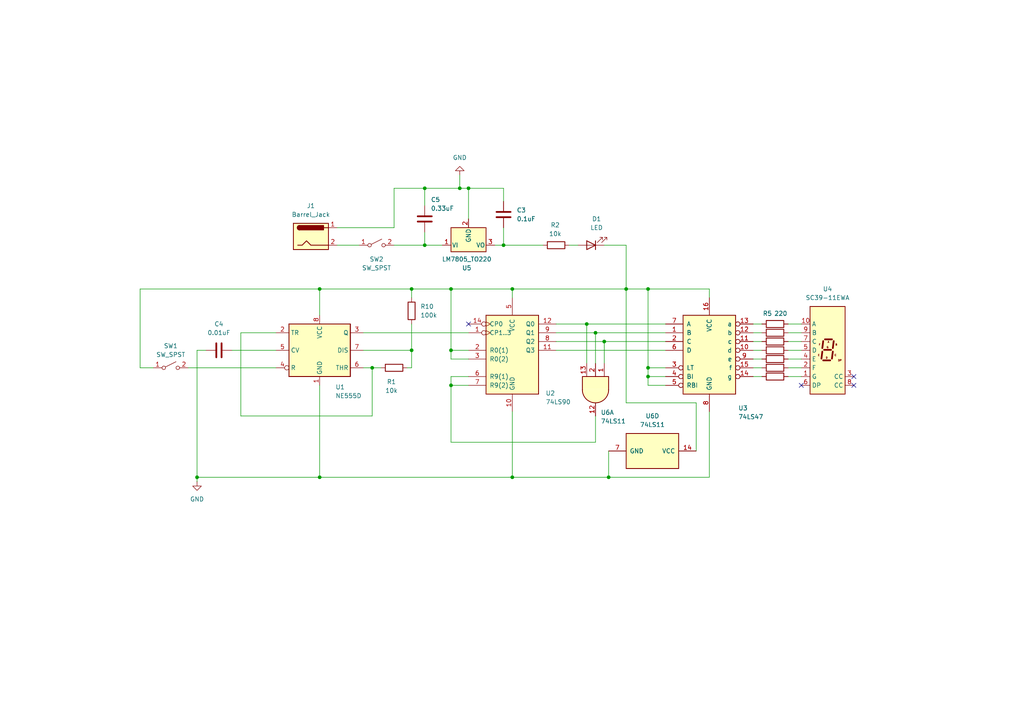
<source format=kicad_sch>
(kicad_sch (version 20250114) (generator "eeschema") (generator_version "9.0")
  (paper "A4")
  (lib_symbols
    (symbol "74xx:74LS11" (pin_names (offset 1.016))
      (property "Reference" "U" (at 0 1.27 0))
      (property "Value" "74LS11" (at 0 -1.27 0))
      (symbol "74LS11_1_1"
        (arc (start 0 3.81) (mid 3.7934 0) (end 0 -3.81) (stroke (width 0.254)) (fill (type background)))
        (polyline (pts (xy 0 3.81) (xy -3.81 3.81) (xy -3.81 -3.81) (xy 0 -3.81)) (stroke (width 0.254)) (fill (type background)))
        (pin input line (at -7.62 2.54 0) (length 3.81) (name "~") (number "1"))
        (pin input line (at -7.62 0 0) (length 3.81) (name "~") (number "2"))
        (pin input line (at -7.62 -2.54 0) (length 3.81) (name "~") (number "13"))
        (pin output line (at 7.62 0 180) (length 3.81) (name "~") (number "12"))
      )
      (symbol "74LS11_1_2"
        (arc (start -3.81 3.81) (mid -2.589 0) (end -3.81 -3.81) (stroke (width 0.254)))
        (polyline (pts (xy -3.81 3.81) (xy -0.635 3.81)) (stroke (width 0.254)) (fill (type background)))
        (polyline (pts (xy -3.81 -3.81) (xy -0.635 -3.81)) (stroke (width 0.254)) (fill (type background)))
        (arc (start 3.81 0) (mid 2.1855 -2.584) (end -0.6096 -3.81) (stroke (width 0.254)) (fill (type background)))
        (arc (start -0.6096 3.81) (mid 2.1928 2.5924) (end 3.81 0) (stroke (width 0.254)) (fill (type background)))
        (polyline (pts (xy -0.635 3.81) (xy -3.81 3.81) (xy -3.81 3.81) (xy -3.556 3.4036) (xy -3.0226 2.2606) (xy -2.6924 1.0414) (xy -2.6162 -0.254) (xy -2.7686 -1.4986) (xy -3.175 -2.7178) (xy -3.81 -3.81) (xy -3.81 -3.81) (xy -0.635 -3.81)) (stroke (width -25.4)) (fill (type background)))
        (pin input inverted (at -7.62 2.54 0) (length 4.318) (name "~") (number "1"))
        (pin input inverted (at -7.62 0 0) (length 4.953) (name "~") (number "2"))
        (pin input inverted (at -7.62 -2.54 0) (length 4.318) (name "~") (number "13"))
        (pin output inverted (at 7.62 0 180) (length 3.81) (name "~") (number "12"))
      )
      (symbol "74LS11_2_1"
        (arc (start 0 3.81) (mid 3.7934 0) (end 0 -3.81) (stroke (width 0.254)) (fill (type background)))
        (polyline (pts (xy 0 3.81) (xy -3.81 3.81) (xy -3.81 -3.81) (xy 0 -3.81)) (stroke (width 0.254)) (fill (type background)))
        (pin input line (at -7.62 2.54 0) (length 3.81) (name "~") (number "3"))
        (pin input line (at -7.62 0 0) (length 3.81) (name "~") (number "4"))
        (pin input line (at -7.62 -2.54 0) (length 3.81) (name "~") (number "5"))
        (pin output line (at 7.62 0 180) (length 3.81) (name "~") (number "6"))
      )
      (symbol "74LS11_2_2"
        (arc (start -3.81 3.81) (mid -2.589 0) (end -3.81 -3.81) (stroke (width 0.254)))
        (polyline (pts (xy -3.81 3.81) (xy -0.635 3.81)) (stroke (width 0.254)) (fill (type background)))
        (polyline (pts (xy -3.81 -3.81) (xy -0.635 -3.81)) (stroke (width 0.254)) (fill (type background)))
        (arc (start 3.81 0) (mid 2.1855 -2.584) (end -0.6096 -3.81) (stroke (width 0.254)) (fill (type background)))
        (arc (start -0.6096 3.81) (mid 2.1928 2.5924) (end 3.81 0) (stroke (width 0.254)) (fill (type background)))
        (polyline (pts (xy -0.635 3.81) (xy -3.81 3.81) (xy -3.81 3.81) (xy -3.556 3.4036) (xy -3.0226 2.2606) (xy -2.6924 1.0414) (xy -2.6162 -0.254) (xy -2.7686 -1.4986) (xy -3.175 -2.7178) (xy -3.81 -3.81) (xy -3.81 -3.81) (xy -0.635 -3.81)) (stroke (width -25.4)) (fill (type background)))
        (pin input inverted (at -7.62 2.54 0) (length 4.318) (name "~") (number "3"))
        (pin input inverted (at -7.62 0 0) (length 4.953) (name "~") (number "4"))
        (pin input inverted (at -7.62 -2.54 0) (length 4.318) (name "~") (number "5"))
        (pin output inverted (at 7.62 0 180) (length 3.81) (name "~") (number "6"))
      )
      (symbol "74LS11_3_1"
        (arc (start 0 3.81) (mid 3.7934 0) (end 0 -3.81) (stroke (width 0.254)) (fill (type background)))
        (polyline (pts (xy 0 3.81) (xy -3.81 3.81) (xy -3.81 -3.81) (xy 0 -3.81)) (stroke (width 0.254)) (fill (type background)))
        (pin input line (at -7.62 2.54 0) (length 3.81) (name "~") (number "9"))
        (pin input line (at -7.62 0 0) (length 3.81) (name "~") (number "10"))
        (pin input line (at -7.62 -2.54 0) (length 3.81) (name "~") (number "11"))
        (pin output line (at 7.62 0 180) (length 3.81) (name "~") (number "8"))
      )
      (symbol "74LS11_3_2"
        (arc (start -3.81 3.81) (mid -2.589 0) (end -3.81 -3.81) (stroke (width 0.254)))
        (polyline (pts (xy -3.81 3.81) (xy -0.635 3.81)) (stroke (width 0.254)) (fill (type background)))
        (polyline (pts (xy -3.81 -3.81) (xy -0.635 -3.81)) (stroke (width 0.254)) (fill (type background)))
        (arc (start 3.81 0) (mid 2.1855 -2.584) (end -0.6096 -3.81) (stroke (width 0.254)) (fill (type background)))
        (arc (start -0.6096 3.81) (mid 2.1928 2.5924) (end 3.81 0) (stroke (width 0.254)) (fill (type background)))
        (polyline (pts (xy -0.635 3.81) (xy -3.81 3.81) (xy -3.81 3.81) (xy -3.556 3.4036) (xy -3.0226 2.2606) (xy -2.6924 1.0414) (xy -2.6162 -0.254) (xy -2.7686 -1.4986) (xy -3.175 -2.7178) (xy -3.81 -3.81) (xy -3.81 -3.81) (xy -0.635 -3.81)) (stroke (width -25.4)) (fill (type background)))
        (pin input inverted (at -7.62 2.54 0) (length 4.318) (name "~") (number "9"))
        (pin input inverted (at -7.62 0 0) (length 4.953) (name "~") (number "10"))
        (pin input inverted (at -7.62 -2.54 0) (length 4.318) (name "~") (number "11"))
        (pin output inverted (at 7.62 0 180) (length 3.81) (name "~") (number "8"))
      )
      (symbol "74LS11_4_0"
        (pin power_in line (at 0 12.7 270) (length 5.08) (name "VCC") (number "14"))
        (pin power_in line (at 0 -12.7 90) (length 5.08) (name "GND") (number "7"))
      )
      (symbol "74LS11_4_1"
        (rectangle (start -5.08 7.62) (end 5.08 -7.62) (stroke (width 0.254)) (fill (type background)))
      )
    )
    (symbol "74xx:74LS47" (pin_names (offset 1.016))
      (property "Reference" "U" (at -7.62 11.43 0))
      (property "Value" "74LS47" (at -7.62 -13.97 0))
      (symbol "74LS47_1_0"
        (pin input line (at -12.7 7.62 0) (length 5.08) (name "A") (number "7"))
        (pin input line (at -12.7 5.08 0) (length 5.08) (name "B") (number "1"))
        (pin input line (at -12.7 2.54 0) (length 5.08) (name "C") (number "2"))
        (pin input line (at -12.7 0 0) (length 5.08) (name "D") (number "6"))
        (pin input inverted (at -12.7 -5.08 0) (length 5.08) (name "LT") (number "3"))
        (pin input inverted (at -12.7 -7.62 0) (length 5.08) (name "BI") (number "4"))
        (pin input inverted (at -12.7 -10.16 0) (length 5.08) (name "RBI") (number "5"))
        (pin power_in line (at 0 15.24 270) (length 5.08) (name "VCC") (number "16"))
        (pin power_in line (at 0 -17.78 90) (length 5.08) (name "GND") (number "8"))
        (pin open_collector inverted (at 12.7 7.62 180) (length 5.08) (name "a") (number "13"))
        (pin open_collector inverted (at 12.7 5.08 180) (length 5.08) (name "b") (number "12"))
        (pin open_collector inverted (at 12.7 2.54 180) (length 5.08) (name "c") (number "11"))
        (pin open_collector inverted (at 12.7 0 180) (length 5.08) (name "d") (number "10"))
        (pin open_collector inverted (at 12.7 -2.54 180) (length 5.08) (name "e") (number "9"))
        (pin open_collector inverted (at 12.7 -5.08 180) (length 5.08) (name "f") (number "15"))
        (pin open_collector inverted (at 12.7 -7.62 180) (length 5.08) (name "g") (number "14"))
      )
      (symbol "74LS47_1_1"
        (rectangle (start -7.62 10.16) (end 7.62 -12.7) (stroke (width 0.254)) (fill (type background)))
      )
    )
    (symbol "74xx:74LS90" (pin_names (offset 1.016))
      (property "Reference" "U" (at -7.62 11.43 0))
      (property "Value" "74LS90" (at -7.62 -13.97 0))
      (symbol "74LS90_1_0"
        (pin input inverted_clock (at -12.7 7.62 0) (length 5.08) (name "CP0") (number "14"))
        (pin input inverted_clock (at -12.7 5.08 0) (length 5.08) (name "CP1..3") (number "1"))
        (pin input line (at -12.7 0 0) (length 5.08) (name "R0(1)") (number "2"))
        (pin input line (at -12.7 -2.54 0) (length 5.08) (name "R0(2)") (number "3"))
        (pin input line (at -12.7 -7.62 0) (length 5.08) (name "R9(1)") (number "6"))
        (pin input line (at -12.7 -10.16 0) (length 5.08) (name "R9(2)") (number "7"))
        (pin power_in line (at 0 15.24 270) (length 5.08) (name "VCC") (number "5"))
        (pin power_in line (at 0 -17.78 90) (length 5.08) (name "GND") (number "10"))
        (pin output line (at 12.7 7.62 180) (length 5.08) (name "Q0") (number "12"))
        (pin output line (at 12.7 5.08 180) (length 5.08) (name "Q1") (number "9"))
        (pin output line (at 12.7 2.54 180) (length 5.08) (name "Q2") (number "8"))
        (pin output line (at 12.7 0 180) (length 5.08) (name "Q3") (number "11"))
      )
      (symbol "74LS90_1_1"
        (rectangle (start -7.62 10.16) (end 7.62 -12.7) (stroke (width 0.254)) (fill (type background)))
      )
    )
    (symbol "Connector:Barrel_Jack" (pin_names (offset 1.016))
      (property "Reference" "J" (at 0 5.334 0))
      (property "Value" "Barrel_Jack" (at 0 -5.08 0))
      (symbol "Barrel_Jack_0_1"
        (rectangle (start -5.08 3.81) (end 5.08 -3.81) (stroke (width 0.254)) (fill (type background)))
        (polyline (pts (xy -3.81 -2.54) (xy -2.54 -2.54) (xy -1.27 -1.27) (xy 0 -2.54) (xy 2.54 -2.54) (xy 5.08 -2.54)) (stroke (width 0.254)))
        (arc (start -3.302 1.905) (mid -3.9343 2.54) (end -3.302 3.175) (stroke (width 0.254)))
        (arc (start -3.302 1.905) (mid -3.9343 2.54) (end -3.302 3.175) (stroke (width 0.254)) (fill (type outline)))
        (rectangle (start 3.683 3.175) (end -3.302 1.905) (stroke (width 0.254)) (fill (type outline)))
        (polyline (pts (xy 5.08 2.54) (xy 3.81 2.54)) (stroke (width 0.254)))
      )
      (symbol "Barrel_Jack_1_1"
        (pin passive line (at 7.62 2.54 180) (length 2.54) (name "~") (number "1"))
        (pin passive line (at 7.62 -2.54 180) (length 2.54) (name "~") (number "2"))
      )
    )
    (symbol "Device:C" (pin_numbers (hide yes)) (pin_names (offset 0.254))
      (property "Reference" "C" (at 0.635 2.54 0))
      (property "Value" "C" (at 0.635 -2.54 0))
      (symbol "C_0_1"
        (polyline (pts (xy -2.032 0.762) (xy 2.032 0.762)) (stroke (width 0.508)))
        (polyline (pts (xy -2.032 -0.762) (xy 2.032 -0.762)) (stroke (width 0.508)))
      )
      (symbol "C_1_1"
        (pin passive line (at 0 3.81 270) (length 2.794) (name "~") (number "1"))
        (pin passive line (at 0 -3.81 90) (length 2.794) (name "~") (number "2"))
      )
    )
    (symbol "Device:LED" (pin_numbers (hide yes)) (pin_names (offset 1.016) (hide yes))
      (property "Reference" "D" (at 0 2.54 0))
      (property "Value" "LED" (at 0 -2.54 0))
      (symbol "LED_0_1"
        (polyline (pts (xy -3.048 -0.762) (xy -4.572 -2.286) (xy -3.81 -2.286) (xy -4.572 -2.286) (xy -4.572 -1.524)))
        (polyline (pts (xy -1.778 -0.762) (xy -3.302 -2.286) (xy -2.54 -2.286) (xy -3.302 -2.286) (xy -3.302 -1.524)))
        (polyline (pts (xy -1.27 0) (xy 1.27 0)))
        (polyline (pts (xy -1.27 -1.27) (xy -1.27 1.27)) (stroke (width 0.254)))
        (polyline (pts (xy 1.27 -1.27) (xy 1.27 1.27) (xy -1.27 0) (xy 1.27 -1.27)) (stroke (width 0.254)))
      )
      (symbol "LED_1_1"
        (pin passive line (at -3.81 0 0) (length 2.54) (name "K") (number "1"))
        (pin passive line (at 3.81 0 180) (length 2.54) (name "A") (number "2"))
      )
    )
    (symbol "Device:R" (pin_numbers (hide yes)) (pin_names (offset 0))
      (property "Reference" "R" (at 2.032 0 90))
      (property "Value" "R" (at 0 0 90))
      (symbol "R_0_1"
        (rectangle (start -1.016 -2.54) (end 1.016 2.54) (stroke (width 0.254)))
      )
      (symbol "R_1_1"
        (pin passive line (at 0 3.81 270) (length 1.27) (name "~") (number "1"))
        (pin passive line (at 0 -3.81 90) (length 1.27) (name "~") (number "2"))
      )
    )
    (symbol "Display_Character:SC39-11EWA"
      (property "Reference" "U" (at -3.81 13.97 0))
      (property "Value" "SC39-11EWA" (at 6.35 13.97 0))
      (symbol "SC39-11EWA_1_0"
        (text "E" (at -2.54 -1.397 0) (effects (font (size 0.508 0.508))))
        (text "F" (at -2.286 1.651 0) (effects (font (size 0.508 0.508))))
        (text "D" (at -0.254 -2.159 0) (effects (font (size 0.508 0.508))))
        (text "G" (at 0 0.889 0) (effects (font (size 0.508 0.508))))
        (text "A" (at 0.254 2.413 0) (effects (font (size 0.508 0.508))))
        (text "C" (at 2.286 -1.397 0) (effects (font (size 0.508 0.508))))
        (text "B" (at 2.54 1.651 0) (effects (font (size 0.508 0.508))))
        (text "DP" (at 3.556 -2.921 0) (effects (font (size 0.508 0.508))))
      )
      (symbol "SC39-11EWA_1_1"
        (rectangle (start -5.08 12.7) (end 5.08 -12.7) (stroke (width 0.254)) (fill (type background)))
        (polyline (pts (xy -1.524 -0.381) (xy -1.778 -2.413)) (stroke (width 0.508)))
        (polyline (pts (xy -1.27 2.667) (xy -1.524 0.635)) (stroke (width 0.508)))
        (polyline (pts (xy -1.27 -2.921) (xy 0.762 -2.921)) (stroke (width 0.508)))
        (polyline (pts (xy -1.016 0.127) (xy 1.016 0.127)) (stroke (width 0.508)))
        (polyline (pts (xy -0.762 3.175) (xy 1.27 3.175)) (stroke (width 0.508)))
        (polyline (pts (xy 1.524 -0.381) (xy 1.27 -2.413)) (stroke (width 0.508)))
        (polyline (pts (xy 1.778 2.667) (xy 1.524 0.635)) (stroke (width 0.508)))
        (polyline (pts (xy 2.54 -2.921) (xy 2.54 -2.921)) (stroke (width 0.508)))
        (pin input line (at -7.62 7.62 0) (length 2.54) (name "A") (number "10"))
        (pin input line (at -7.62 5.08 0) (length 2.54) (name "B") (number "9"))
        (pin input line (at -7.62 2.54 0) (length 2.54) (name "C") (number "7"))
        (pin input line (at -7.62 0 0) (length 2.54) (name "D") (number "5"))
        (pin input line (at -7.62 -2.54 0) (length 2.54) (name "E") (number "4"))
        (pin input line (at -7.62 -5.08 0) (length 2.54) (name "F") (number "2"))
        (pin input line (at -7.62 -7.62 0) (length 2.54) (name "G") (number "1"))
        (pin input line (at -7.62 -10.16 0) (length 2.54) (name "DP") (number "6"))
        (pin input line (at 7.62 -7.62 180) (length 2.54) (name "CC") (number "3"))
        (pin input line (at 7.62 -10.16 180) (length 2.54) (name "CC") (number "8"))
      )
    )
    (symbol "Regulator_Linear:LM7805_TO220" (pin_names (offset 0.254))
      (property "Reference" "U" (at -3.81 3.175 0))
      (property "Value" "LM7805_TO220" (at 0 3.175 0))
      (symbol "LM7805_TO220_0_1"
        (rectangle (start -5.08 1.905) (end 5.08 -5.08) (stroke (width 0.254)) (fill (type background)))
      )
      (symbol "LM7805_TO220_1_1"
        (pin power_in line (at -7.62 0 0) (length 2.54) (name "VI") (number "1"))
        (pin power_in line (at 0 -7.62 90) (length 2.54) (name "GND") (number "2"))
        (pin power_out line (at 7.62 0 180) (length 2.54) (name "VO") (number "3"))
      )
    )
    (symbol "Switch:SW_SPST" (pin_names (offset 0) (hide yes))
      (property "Reference" "SW" (at 0 3.175 0))
      (property "Value" "SW_SPST" (at 0 -2.54 0))
      (symbol "SW_SPST_0_0"
        (circle (center -2.032 0) (radius 0.508))
        (polyline (pts (xy -1.524 0.254) (xy 1.524 1.778)))
        (circle (center 2.032 0) (radius 0.508))
      )
      (symbol "SW_SPST_1_1"
        (pin passive line (at -5.08 0 0) (length 2.54) (name "A") (number "1"))
        (pin passive line (at 5.08 0 180) (length 2.54) (name "B") (number "2"))
      )
    )
    (symbol "Timer:NE555D"
      (property "Reference" "U" (at -10.16 8.89 0))
      (property "Value" "NE555D" (at 2.54 8.89 0))
      (symbol "NE555D_0_0"
        (pin power_in line (at 0 10.16 270) (length 2.54) (name "VCC") (number "8"))
        (pin power_in line (at 0 -10.16 90) (length 2.54) (name "GND") (number "1"))
      )
      (symbol "NE555D_0_1"
        (rectangle (start -8.89 -7.62) (end 8.89 7.62) (stroke (width 0.254)) (fill (type background)))
        (rectangle (start -8.89 -7.62) (end 8.89 7.62) (stroke (width 0.254)) (fill (type background)))
      )
      (symbol "NE555D_1_1"
        (pin input line (at -12.7 5.08 0) (length 3.81) (name "TR") (number "2"))
        (pin input line (at -12.7 0 0) (length 3.81) (name "CV") (number "5"))
        (pin input inverted (at -12.7 -5.08 0) (length 3.81) (name "R") (number "4"))
        (pin output line (at 12.7 5.08 180) (length 3.81) (name "Q") (number "3"))
        (pin input line (at 12.7 0 180) (length 3.81) (name "DIS") (number "7"))
        (pin input line (at 12.7 -5.08 180) (length 3.81) (name "THR") (number "6"))
      )
    )
    (symbol "power:GND" (power) (pin_numbers (hide yes)) (pin_names (offset 0) (hide yes))
      (property "Value" "GND" (at 0 -3.81 0))
      (symbol "GND_0_1"
        (polyline (pts (xy 0 0) (xy 0 -1.27) (xy 1.27 -1.27) (xy 0 -2.54) (xy -1.27 -1.27) (xy 0 -1.27)))
      )
      (symbol "GND_1_1"
        (pin power_in line (at 0 0 270) (length 0) (name "~") (number "1"))
      )
    )
  )
  (junction (at 119.38 101.6))
  (junction (at 123.19 54.61))
  (junction (at 92.71 83.82))
  (junction (at 170.18 93.98))
  (junction (at 187.96 83.82))
  (junction (at 146.05 71.12))
  (junction (at 107.95 106.68))
  (junction (at 119.38 83.82))
  (junction (at 133.35 54.61))
  (junction (at 57.15 138.43))
  (junction (at 130.81 101.6))
  (junction (at 181.61 83.82))
  (junction (at 135.89 54.61))
  (junction (at 172.72 96.52))
  (junction (at 176.53 138.43))
  (junction (at 130.81 83.82))
  (junction (at 187.96 106.68))
  (junction (at 148.59 83.82))
  (junction (at 92.71 138.43))
  (junction (at 123.19 71.12))
  (junction (at 130.81 111.76))
  (junction (at 148.59 138.43))
  (junction (at 187.96 109.22))
  (junction (at 175.26 99.06))
  (no_connect (at 232.41 111.76))
  (no_connect (at 247.65 109.22))
  (no_connect (at 247.65 111.76))
  (no_connect (at 135.89 93.98))
  (wire (pts (xy 130.81 109.22) (xy 135.89 109.22)))
  (wire (pts (xy 92.71 83.82) (xy 119.38 83.82)))
  (wire (pts (xy 92.71 138.43) (xy 148.59 138.43)))
  (wire (pts (xy 187.96 106.68) (xy 187.96 109.22)))
  (wire (pts (xy 130.81 101.6) (xy 130.81 104.14)))
  (wire (pts (xy 228.6 101.6) (xy 232.41 101.6)))
  (wire (pts (xy 123.19 71.12) (xy 128.27 71.12)))
  (wire (pts (xy 107.95 106.68) (xy 107.95 120.65)))
  (wire (pts (xy 146.05 71.12) (xy 157.48 71.12)))
  (wire (pts (xy 172.72 96.52) (xy 172.72 105.41)))
  (wire (pts (xy 228.6 93.98) (xy 232.41 93.98)))
  (wire (pts (xy 148.59 119.38) (xy 148.59 138.43)))
  (wire (pts (xy 123.19 59.69) (xy 123.19 54.61)))
  (wire (pts (xy 130.81 83.82) (xy 130.81 101.6)))
  (wire (pts (xy 114.3 54.61) (xy 123.19 54.61)))
  (wire (pts (xy 40.64 83.82) (xy 40.64 106.68)))
  (wire (pts (xy 170.18 93.98) (xy 193.04 93.98)))
  (wire (pts (xy 218.44 104.14) (xy 220.98 104.14)))
  (wire (pts (xy 143.51 71.12) (xy 146.05 71.12)))
  (wire (pts (xy 172.72 128.27) (xy 130.81 128.27)))
  (wire (pts (xy 193.04 109.22) (xy 187.96 109.22)))
  (wire (pts (xy 201.93 116.84) (xy 181.61 116.84)))
  (wire (pts (xy 123.19 67.31) (xy 123.19 71.12)))
  (wire (pts (xy 114.3 66.04) (xy 114.3 54.61)))
  (wire (pts (xy 69.85 96.52) (xy 69.85 120.65)))
  (wire (pts (xy 187.96 83.82) (xy 181.61 83.82)))
  (wire (pts (xy 218.44 99.06) (xy 220.98 99.06)))
  (wire (pts (xy 69.85 120.65) (xy 107.95 120.65)))
  (wire (pts (xy 187.96 83.82) (xy 187.96 106.68)))
  (wire (pts (xy 165.1 71.12) (xy 167.64 71.12)))
  (wire (pts (xy 123.19 71.12) (xy 114.3 71.12)))
  (wire (pts (xy 218.44 93.98) (xy 220.98 93.98)))
  (wire (pts (xy 69.85 96.52) (xy 80.01 96.52)))
  (wire (pts (xy 205.74 119.38) (xy 205.74 138.43)))
  (wire (pts (xy 119.38 83.82) (xy 119.38 86.36)))
  (wire (pts (xy 130.81 128.27) (xy 130.81 111.76)))
  (wire (pts (xy 218.44 96.52) (xy 220.98 96.52)))
  (wire (pts (xy 193.04 106.68) (xy 187.96 106.68)))
  (wire (pts (xy 161.29 99.06) (xy 175.26 99.06)))
  (wire (pts (xy 228.6 104.14) (xy 232.41 104.14)))
  (wire (pts (xy 92.71 83.82) (xy 92.71 91.44)))
  (wire (pts (xy 54.61 106.68) (xy 80.01 106.68)))
  (wire (pts (xy 146.05 58.42) (xy 146.05 54.61)))
  (wire (pts (xy 135.89 54.61) (xy 133.35 54.61)))
  (wire (pts (xy 67.31 101.6) (xy 80.01 101.6)))
  (wire (pts (xy 228.6 106.68) (xy 232.41 106.68)))
  (wire (pts (xy 175.26 105.41) (xy 175.26 99.06)))
  (wire (pts (xy 146.05 66.04) (xy 146.05 71.12)))
  (wire (pts (xy 181.61 116.84) (xy 181.61 83.82)))
  (wire (pts (xy 57.15 101.6) (xy 59.69 101.6)))
  (wire (pts (xy 218.44 109.22) (xy 220.98 109.22)))
  (wire (pts (xy 175.26 71.12) (xy 181.61 71.12)))
  (wire (pts (xy 92.71 111.76) (xy 92.71 138.43)))
  (wire (pts (xy 133.35 50.8) (xy 133.35 54.61)))
  (wire (pts (xy 148.59 138.43) (xy 176.53 138.43)))
  (wire (pts (xy 119.38 106.68) (xy 118.11 106.68)))
  (wire (pts (xy 176.53 138.43) (xy 205.74 138.43)))
  (wire (pts (xy 218.44 106.68) (xy 220.98 106.68)))
  (wire (pts (xy 135.89 104.14) (xy 130.81 104.14)))
  (wire (pts (xy 201.93 130.81) (xy 201.93 116.84)))
  (wire (pts (xy 40.64 106.68) (xy 44.45 106.68)))
  (wire (pts (xy 146.05 54.61) (xy 135.89 54.61)))
  (wire (pts (xy 205.74 83.82) (xy 205.74 86.36)))
  (wire (pts (xy 105.41 96.52) (xy 135.89 96.52)))
  (wire (pts (xy 228.6 99.06) (xy 232.41 99.06)))
  (wire (pts (xy 97.79 66.04) (xy 114.3 66.04)))
  (wire (pts (xy 161.29 93.98) (xy 170.18 93.98)))
  (wire (pts (xy 148.59 83.82) (xy 181.61 83.82)))
  (wire (pts (xy 181.61 71.12) (xy 181.61 83.82)))
  (wire (pts (xy 193.04 111.76) (xy 187.96 111.76)))
  (wire (pts (xy 123.19 54.61) (xy 133.35 54.61)))
  (wire (pts (xy 161.29 101.6) (xy 193.04 101.6)))
  (wire (pts (xy 228.6 96.52) (xy 232.41 96.52)))
  (wire (pts (xy 119.38 93.98) (xy 119.38 101.6)))
  (wire (pts (xy 40.64 83.82) (xy 92.71 83.82)))
  (wire (pts (xy 119.38 101.6) (xy 119.38 106.68)))
  (wire (pts (xy 218.44 101.6) (xy 220.98 101.6)))
  (wire (pts (xy 119.38 83.82) (xy 130.81 83.82)))
  (wire (pts (xy 130.81 101.6) (xy 135.89 101.6)))
  (wire (pts (xy 228.6 109.22) (xy 232.41 109.22)))
  (wire (pts (xy 107.95 106.68) (xy 105.41 106.68)))
  (wire (pts (xy 187.96 109.22) (xy 187.96 111.76)))
  (wire (pts (xy 170.18 93.98) (xy 170.18 105.41)))
  (wire (pts (xy 105.41 101.6) (xy 119.38 101.6)))
  (wire (pts (xy 161.29 96.52) (xy 172.72 96.52)))
  (wire (pts (xy 148.59 83.82) (xy 148.59 86.36)))
  (wire (pts (xy 57.15 138.43) (xy 92.71 138.43)))
  (wire (pts (xy 130.81 111.76) (xy 135.89 111.76)))
  (wire (pts (xy 172.72 120.65) (xy 172.72 128.27)))
  (wire (pts (xy 130.81 111.76) (xy 130.81 109.22)))
  (wire (pts (xy 135.89 54.61) (xy 135.89 63.5)))
  (wire (pts (xy 97.79 71.12) (xy 104.14 71.12)))
  (wire (pts (xy 57.15 138.43) (xy 57.15 139.7)))
  (wire (pts (xy 57.15 101.6) (xy 57.15 138.43)))
  (wire (pts (xy 175.26 99.06) (xy 193.04 99.06)))
  (wire (pts (xy 172.72 96.52) (xy 193.04 96.52)))
  (wire (pts (xy 176.53 130.81) (xy 176.53 138.43)))
  (wire (pts (xy 107.95 106.68) (xy 110.49 106.68)))
  (wire (pts (xy 130.81 83.82) (xy 148.59 83.82)))
  (wire (pts (xy 205.74 83.82) (xy 187.96 83.82)))
  (symbol (lib_id "Connector:Barrel_Jack") (at 90.17 68.58 0) (unit 1)
    (property "Reference" "J1" (at 90.17 59.69 0))
    (property "Value" "Barrel_Jack" (at 90.17 62.23 0))
    (property "Footprint" "Connector_BarrelJack:BarrelJack_Horizontal" (effects (hide yes)))
    (property "Description" "DC Barrel Jack" (effects (hide yes)))
  )
  (symbol (lib_id "Device:C") (at 146.05 62.23 0) (unit 1)
    (property "Reference" "C3" (at 149.86 60.9599 0) (effects (justify left)))
    (property "Value" "0.1uF" (at 149.86 63.4999 0) (effects (justify left)))
    (property "Footprint" "Capacitor_THT:C_Disc_D3.0mm_W1.6mm_P2.50mm" (effects (hide yes)))
    (property "Description" "Unpolarized capacitor" (effects (hide yes)))
  )
  (symbol (lib_id "Device:R") (at 224.79 99.06 90) (unit 1)
    (property "Reference" "R4" (effects (hide yes)))
    (property "Value" "220" (effects (hide yes)))
    (property "Footprint" "Resistor_THT:R_Axial_DIN0207_L6.3mm_D2.5mm_P7.62mm_Horizontal" (effects (hide yes)))
    (property "Description" "Resistor" (effects (hide yes)))
  )
  (symbol (lib_id "Device:R") (at 224.79 109.22 90) (unit 1)
    (property "Reference" "R9" (effects (hide yes)))
    (property "Value" "220" (effects (hide yes)))
    (property "Footprint" "Resistor_THT:R_Axial_DIN0207_L6.3mm_D2.5mm_P7.62mm_Horizontal" (effects (hide yes)))
    (property "Description" "Resistor" (effects (hide yes)))
  )
  (symbol (lib_id "Device:R") (at 161.29 71.12 270) (unit 1)
    (property "Reference" "R2" (at 161.036 65.278 90))
    (property "Value" "10k" (at 161.036 67.818 90))
    (property "Footprint" "Resistor_THT:R_Axial_DIN0207_L6.3mm_D2.5mm_P7.62mm_Horizontal" (effects (hide yes)))
    (property "Description" "Resistor" (effects (hide yes)))
  )
  (symbol (lib_id "Device:R") (at 224.79 101.6 90) (unit 1)
    (property "Reference" "R6" (effects (hide yes)))
    (property "Value" "220" (effects (hide yes)))
    (property "Footprint" "Resistor_THT:R_Axial_DIN0207_L6.3mm_D2.5mm_P7.62mm_Horizontal" (effects (hide yes)))
    (property "Description" "Resistor" (effects (hide yes)))
  )
  (symbol (lib_id "Device:R") (at 224.79 93.98 90) (unit 1)
    (property "Reference" "R5" (at 221.234 90.932 90) (effects (justify right)))
    (property "Value" "220" (at 224.536 90.932 90) (effects (justify right)))
    (property "Footprint" "Resistor_THT:R_Axial_DIN0207_L6.3mm_D2.5mm_P7.62mm_Horizontal" (effects (hide yes)))
    (property "Description" "Resistor" (effects (hide yes)))
  )
  (symbol (lib_id "Switch:SW_SPST") (at 109.22 71.12 0) (unit 1)
    (property "Reference" "SW2" (at 109.22 75.184 0))
    (property "Value" "SW_SPST" (at 109.22 77.724 0))
    (property "Footprint" "Button_Switch_THT:SW_PUSH_6mm" (effects (hide yes)))
    (property "Description" "Single Pole Single Throw (SPST) switch" (effects (hide yes)))
  )
  (symbol (lib_id "Device:R") (at 224.79 106.68 90) (unit 1)
    (property "Reference" "R8" (effects (hide yes)))
    (property "Value" "220" (effects (hide yes)))
    (property "Footprint" "Resistor_THT:R_Axial_DIN0207_L6.3mm_D2.5mm_P7.62mm_Horizontal" (effects (hide yes)))
    (property "Description" "Resistor" (effects (hide yes)))
  )
  (symbol (lib_id "Device:R") (at 119.38 90.17 0) (unit 1)
    (property "Reference" "R10" (at 121.92 88.8999 0) (effects (justify left)))
    (property "Value" "100k" (at 121.92 91.4399 0) (effects (justify left)))
    (property "Footprint" "Resistor_THT:R_Axial_DIN0207_L6.3mm_D2.5mm_P7.62mm_Horizontal" (effects (hide yes)))
    (property "Description" "Resistor" (effects (hide yes)))
  )
  (symbol (lib_id "Device:R") (at 224.79 96.52 90) (unit 1)
    (property "Reference" "R3" (effects (hide yes)))
    (property "Value" "220" (effects (hide yes)))
    (property "Footprint" "Resistor_THT:R_Axial_DIN0207_L6.3mm_D2.5mm_P7.62mm_Horizontal" (effects (hide yes)))
    (property "Description" "Resistor" (effects (hide yes)))
  )
  (symbol (lib_id "power:GND") (at 57.15 139.7 0) (unit 1)
    (property "Reference" "#PWR02" (effects (hide yes)))
    (property "Value" "GND" (at 57.15 144.78 0))
    (property "Description" "Power symbol creates a global label with name \"GND\" , ground" (effects (hide yes)))
  )
  (symbol (lib_id "Device:C") (at 123.19 63.5 0) (unit 1)
    (property "Reference" "C5" (at 124.968 57.912 0) (effects (justify left)))
    (property "Value" "0.33uF" (at 124.968 60.452 0) (effects (justify left)))
    (property "Footprint" "Capacitor_THT:C_Disc_D5.0mm_W2.5mm_P5.00mm" (effects (hide yes)))
    (property "Description" "Unpolarized capacitor" (effects (hide yes)))
  )
  (symbol (lib_id "74xx:74LS47") (at 205.74 101.6 0) (unit 1)
    (property "Reference" "U3" (at 214.122 118.364 0) (effects (justify left)))
    (property "Value" "74LS47" (at 214.122 120.904 0) (effects (justify left)))
    (property "Footprint" "Package_DIP:DIP-16_W7.62mm_Socket" (effects (hide yes)))
    (property "Datasheet" "http://www.ti.com/lit/gpn/sn74LS47" (effects (hide yes)))
    (property "Description" "BCD to 7-segment Driver, Open Collector, 30V outputs" (effects (hide yes)))
  )
  (symbol (lib_id "Switch:SW_SPST") (at 49.53 106.68 0) (unit 1)
    (property "Reference" "SW1" (at 49.53 100.33 0))
    (property "Value" "SW_SPST" (at 49.53 102.87 0))
    (property "Footprint" "Button_Switch_THT:SW_PUSH_6mm" (effects (hide yes)))
    (property "Description" "Single Pole Single Throw (SPST) switch" (effects (hide yes)))
  )
  (symbol (lib_id "Device:LED") (at 171.45 71.12 180) (unit 1)
    (property "Reference" "D1" (at 173.0375 63.5 0))
    (property "Value" "LED" (at 173.0375 66.04 0))
    (property "Footprint" "LED_THT:LED_D5.0mm" (effects (hide yes)))
    (property "Description" "Light emitting diode" (effects (hide yes)))
    (property "Sim.Pins" "1=K 2=A" (effects (hide yes)))
  )
  (symbol (lib_id "Device:R") (at 224.79 104.14 90) (unit 1)
    (property "Reference" "R7" (effects (hide yes)))
    (property "Value" "220" (effects (hide yes)))
    (property "Footprint" "Resistor_THT:R_Axial_DIN0207_L6.3mm_D2.5mm_P7.62mm_Horizontal" (effects (hide yes)))
    (property "Description" "Resistor" (effects (hide yes)))
  )
  (symbol (lib_id "Timer:NE555D") (at 92.71 101.6 0) (unit 1)
    (property "Reference" "U1" (at 97.282 112.268 0) (effects (justify left)))
    (property "Value" "NE555D" (at 97.282 114.808 0) (effects (justify left)))
    (property "Footprint" "Package_SO:SOIC-8_3.9x4.9mm_P1.27mm" (effects (hide yes)))
    (property "Datasheet" "http://www.ti.com/lit/ds/symlink/ne555.pdf" (effects (hide yes)))
    (property "Description" "Precision Timers, 555 compatible, SOIC-8" (effects (hide yes)))
  )
  (symbol (lib_id "Display_Character:SC39-11EWA") (at 240.03 101.6 0) (unit 1)
    (property "Reference" "U4" (at 240.03 83.82 0))
    (property "Value" "SC39-11EWA" (at 240.03 86.36 0))
    (property "Footprint" "Display_7Segment:Sx39-1xxxxx" (effects (hide yes)))
    (property "Datasheet" "http://www.kingbrightusa.com/images/catalog/SPEC/sc39-11ewa.pdf" (effects (hide yes)))
    (property "Description" "Single digit 7 segment display, high efficiency red, common cathode" (effects (hide yes)))
  )
  (symbol (lib_id "Device:R") (at 114.3 106.68 270) (unit 1)
    (property "Reference" "R1" (at 113.538 110.744 90))
    (property "Value" "10k" (at 113.538 113.284 90))
    (property "Footprint" "Resistor_THT:R_Axial_DIN0207_L6.3mm_D2.5mm_P7.62mm_Horizontal" (effects (hide yes)))
    (property "Description" "Resistor" (effects (hide yes)))
  )
  (symbol (lib_id "74xx:74LS11") (at 189.23 130.81 270) (unit 4)
    (property "Reference" "U6" (at 189.23 120.65 90))
    (property "Value" "74LS11" (at 189.23 123.19 90))
    (property "Footprint" "Package_DIP:DIP-14_W7.62mm_Socket" (effects (hide yes)))
    (property "Description" "Triple 3-input AND" (effects (hide yes)))
  )
  (symbol (lib_id "74xx:74LS11") (at 172.72 113.03 270) (unit 1)
    (property "Reference" "U6" (at 174.244 119.634 90) (effects (justify left)))
    (property "Value" "74LS11" (at 174.244 122.174 90) (effects (justify left)))
    (property "Footprint" "Package_DIP:DIP-14_W7.62mm_Socket" (effects (hide yes)))
    (property "Description" "Triple 3-input AND" (effects (hide yes)))
  )
  (symbol (lib_id "power:GND") (at 133.35 50.8 180) (unit 1)
    (property "Reference" "#PWR01" (effects (hide yes)))
    (property "Value" "GND" (at 133.35 45.72 0))
    (property "Description" "Power symbol creates a global label with name \"GND\" , ground" (effects (hide yes)))
  )
  (symbol (lib_id "Device:C") (at 63.5 101.6 90) (unit 1)
    (property "Reference" "C4" (at 63.5 93.98 90))
    (property "Value" "0.01uF" (at 63.5 96.52 90))
    (property "Footprint" "Capacitor_THT:C_Disc_D3.0mm_W1.6mm_P2.50mm" (effects (hide yes)))
    (property "Description" "Unpolarized capacitor" (effects (hide yes)))
  )
  (symbol (lib_id "Regulator_Linear:LM7805_TO220") (at 135.89 71.12 0) (mirror x) (unit 1)
    (property "Reference" "U5" (at 135.382 77.724 0))
    (property "Value" "LM7805_TO220" (at 135.382 75.184 0))
    (property "Footprint" "Package_TO_SOT_THT:TO-220-3_Vertical" (effects (hide yes)))
    (property "Datasheet" "https://www.onsemi.cn/PowerSolutions/document/MC7800-D.PDF" (effects (hide yes)))
    (property "Description" "Positive 1A 35V Linear Regulator, Fixed Output 5V, TO-220" (effects (hide yes)))
  )
  (symbol (lib_id "74xx:74LS90") (at 148.59 101.6 0) (unit 1)
    (property "Reference" "U2" (at 158.242 114.046 0) (effects (justify left)))
    (property "Value" "74LS90" (at 158.242 116.586 0) (effects (justify left)))
    (property "Footprint" "Package_DIP:DIP-14_W7.62mm_Socket" (effects (hide yes)))
    (property "Datasheet" "http://www.ti.com/lit/gpn/sn74LS90" (effects (hide yes)))
    (property "Description" "BCD Counter ( div 2 & div 5 )" (effects (hide yes)))
  )
)
</source>
